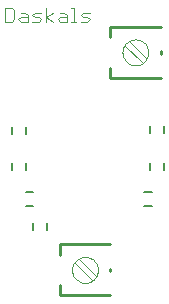
<source format=gto>
G75*
G70*
%OFA0B0*%
%FSLAX24Y24*%
%IPPOS*%
%LPD*%
%AMOC8*
5,1,8,0,0,1.08239X$1,22.5*
%
%ADD10C,0.0040*%
%ADD11C,0.0060*%
%ADD12C,0.0100*%
D10*
X004597Y003045D02*
X004045Y003597D01*
X004183Y003734D02*
X004734Y003183D01*
X003947Y003380D02*
X003949Y003421D01*
X003955Y003462D01*
X003965Y003502D01*
X003978Y003541D01*
X003995Y003578D01*
X004016Y003614D01*
X004040Y003648D01*
X004067Y003679D01*
X004096Y003707D01*
X004129Y003733D01*
X004163Y003755D01*
X004200Y003774D01*
X004238Y003789D01*
X004278Y003801D01*
X004318Y003809D01*
X004359Y003813D01*
X004401Y003813D01*
X004442Y003809D01*
X004482Y003801D01*
X004522Y003789D01*
X004560Y003774D01*
X004596Y003755D01*
X004631Y003733D01*
X004664Y003707D01*
X004693Y003679D01*
X004720Y003648D01*
X004744Y003614D01*
X004765Y003578D01*
X004782Y003541D01*
X004795Y003502D01*
X004805Y003462D01*
X004811Y003421D01*
X004813Y003380D01*
X004811Y003339D01*
X004805Y003298D01*
X004795Y003258D01*
X004782Y003219D01*
X004765Y003182D01*
X004744Y003146D01*
X004720Y003112D01*
X004693Y003081D01*
X004664Y003053D01*
X004631Y003027D01*
X004597Y003005D01*
X004560Y002986D01*
X004522Y002971D01*
X004482Y002959D01*
X004442Y002951D01*
X004401Y002947D01*
X004359Y002947D01*
X004318Y002951D01*
X004278Y002959D01*
X004238Y002971D01*
X004200Y002986D01*
X004164Y003005D01*
X004129Y003027D01*
X004096Y003053D01*
X004067Y003081D01*
X004040Y003112D01*
X004016Y003146D01*
X003995Y003182D01*
X003978Y003219D01*
X003965Y003258D01*
X003955Y003298D01*
X003949Y003339D01*
X003947Y003380D01*
X006277Y010295D02*
X005725Y010847D01*
X005863Y010984D02*
X006414Y010433D01*
X005627Y010630D02*
X005629Y010671D01*
X005635Y010712D01*
X005645Y010752D01*
X005658Y010791D01*
X005675Y010828D01*
X005696Y010864D01*
X005720Y010898D01*
X005747Y010929D01*
X005776Y010957D01*
X005809Y010983D01*
X005843Y011005D01*
X005880Y011024D01*
X005918Y011039D01*
X005958Y011051D01*
X005998Y011059D01*
X006039Y011063D01*
X006081Y011063D01*
X006122Y011059D01*
X006162Y011051D01*
X006202Y011039D01*
X006240Y011024D01*
X006276Y011005D01*
X006311Y010983D01*
X006344Y010957D01*
X006373Y010929D01*
X006400Y010898D01*
X006424Y010864D01*
X006445Y010828D01*
X006462Y010791D01*
X006475Y010752D01*
X006485Y010712D01*
X006491Y010671D01*
X006493Y010630D01*
X006491Y010589D01*
X006485Y010548D01*
X006475Y010508D01*
X006462Y010469D01*
X006445Y010432D01*
X006424Y010396D01*
X006400Y010362D01*
X006373Y010331D01*
X006344Y010303D01*
X006311Y010277D01*
X006277Y010255D01*
X006240Y010236D01*
X006202Y010221D01*
X006162Y010209D01*
X006122Y010201D01*
X006081Y010197D01*
X006039Y010197D01*
X005998Y010201D01*
X005958Y010209D01*
X005918Y010221D01*
X005880Y010236D01*
X005844Y010255D01*
X005809Y010277D01*
X005776Y010303D01*
X005747Y010331D01*
X005720Y010362D01*
X005696Y010396D01*
X005675Y010432D01*
X005658Y010469D01*
X005645Y010508D01*
X005635Y010548D01*
X005629Y010589D01*
X005627Y010630D01*
X004539Y011727D02*
X004462Y011803D01*
X004309Y011803D01*
X004232Y011880D01*
X004309Y011957D01*
X004539Y011957D01*
X004539Y011727D02*
X004462Y011650D01*
X004232Y011650D01*
X004079Y011650D02*
X003925Y011650D01*
X004002Y011650D02*
X004002Y012110D01*
X003925Y012110D01*
X003772Y011880D02*
X003772Y011650D01*
X003542Y011650D01*
X003465Y011727D01*
X003542Y011803D01*
X003772Y011803D01*
X003772Y011880D02*
X003695Y011957D01*
X003542Y011957D01*
X003311Y011957D02*
X003081Y011803D01*
X003311Y011650D01*
X003081Y011650D02*
X003081Y012110D01*
X002928Y011957D02*
X002698Y011957D01*
X002621Y011880D01*
X002698Y011803D01*
X002851Y011803D01*
X002928Y011727D01*
X002851Y011650D01*
X002621Y011650D01*
X002467Y011650D02*
X002237Y011650D01*
X002160Y011727D01*
X002237Y011803D01*
X002467Y011803D01*
X002467Y011880D02*
X002391Y011957D01*
X002237Y011957D01*
X002007Y012034D02*
X002007Y011727D01*
X001930Y011650D01*
X001700Y011650D01*
X001700Y012110D01*
X001930Y012110D01*
X002007Y012034D01*
X002467Y011880D02*
X002467Y011650D01*
D11*
X002416Y008148D02*
X002416Y007912D01*
X001944Y007912D02*
X001944Y008148D01*
X001944Y006948D02*
X001944Y006712D01*
X002416Y006712D02*
X002416Y006948D01*
X002412Y005966D02*
X002648Y005966D01*
X002648Y005494D02*
X002412Y005494D01*
X002644Y004948D02*
X002644Y004712D01*
X003116Y004712D02*
X003116Y004948D01*
X006362Y005494D02*
X006598Y005494D01*
X006598Y005966D02*
X006362Y005966D01*
X006544Y006712D02*
X006544Y006948D01*
X007016Y006948D02*
X007016Y006712D01*
X007016Y007952D02*
X007016Y008188D01*
X006544Y008188D02*
X006544Y007952D01*
D12*
X005226Y002534D02*
X003534Y002534D01*
X003534Y002868D01*
X003534Y003892D02*
X003534Y004226D01*
X005226Y004226D01*
X005226Y003419D02*
X005226Y003341D01*
X005214Y009784D02*
X006906Y009784D01*
X006906Y010591D02*
X006906Y010669D01*
X006906Y011476D02*
X005214Y011476D01*
X005214Y011142D01*
X005214Y010118D02*
X005214Y009784D01*
M02*

</source>
